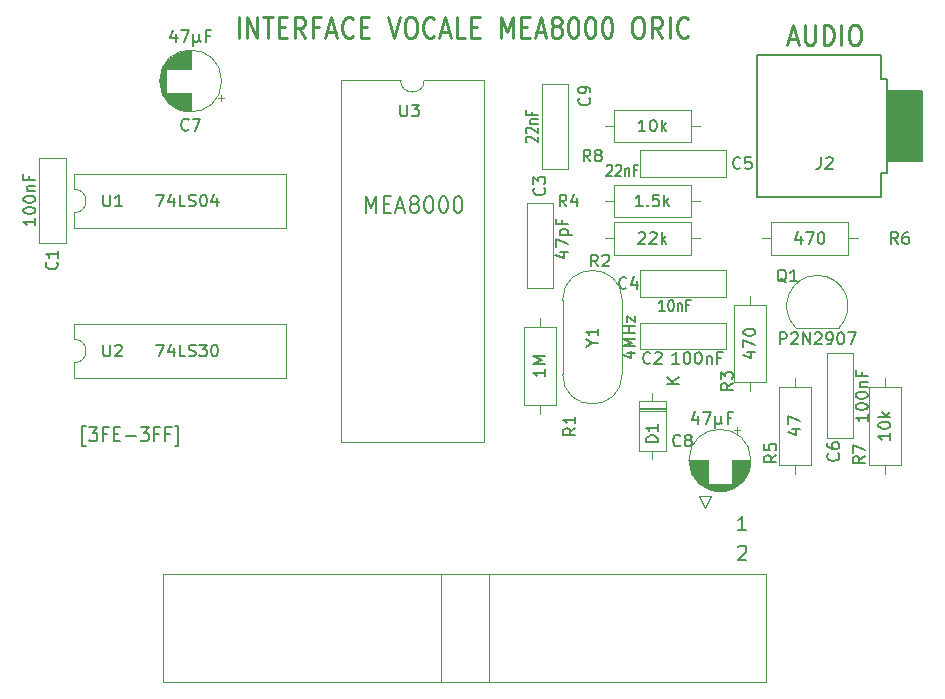
<source format=gto>
%TF.GenerationSoftware,KiCad,Pcbnew,(5.1.10)-1*%
%TF.CreationDate,2022-01-30T13:18:58+01:00*%
%TF.ProjectId,MEA8000,4d454138-3030-4302-9e6b-696361645f70,1.0*%
%TF.SameCoordinates,PX6d01460PY60e4b00*%
%TF.FileFunction,Legend,Top*%
%TF.FilePolarity,Positive*%
%FSLAX46Y46*%
G04 Gerber Fmt 4.6, Leading zero omitted, Abs format (unit mm)*
G04 Created by KiCad (PCBNEW (5.1.10)-1) date 2022-01-30 13:18:58*
%MOMM*%
%LPD*%
G01*
G04 APERTURE LIST*
%ADD10C,0.250000*%
%ADD11C,0.150000*%
%ADD12C,0.200000*%
%ADD13C,0.120000*%
G04 APERTURE END LIST*
D10*
X18934642Y46855953D02*
X18934642Y48555953D01*
X19648928Y46855953D02*
X19648928Y48555953D01*
X20506071Y46855953D01*
X20506071Y48555953D01*
X21006071Y48555953D02*
X21863214Y48555953D01*
X21434642Y46855953D02*
X21434642Y48555953D01*
X22363214Y47746429D02*
X22863214Y47746429D01*
X23077500Y46855953D02*
X22363214Y46855953D01*
X22363214Y48555953D01*
X23077500Y48555953D01*
X24577500Y46855953D02*
X24077500Y47665477D01*
X23720357Y46855953D02*
X23720357Y48555953D01*
X24291785Y48555953D01*
X24434642Y48475000D01*
X24506071Y48394048D01*
X24577500Y48232143D01*
X24577500Y47989286D01*
X24506071Y47827381D01*
X24434642Y47746429D01*
X24291785Y47665477D01*
X23720357Y47665477D01*
X25720357Y47746429D02*
X25220357Y47746429D01*
X25220357Y46855953D02*
X25220357Y48555953D01*
X25934642Y48555953D01*
X26434642Y47341667D02*
X27148928Y47341667D01*
X26291785Y46855953D02*
X26791785Y48555953D01*
X27291785Y46855953D01*
X28648928Y47017858D02*
X28577500Y46936905D01*
X28363214Y46855953D01*
X28220357Y46855953D01*
X28006071Y46936905D01*
X27863214Y47098810D01*
X27791785Y47260715D01*
X27720357Y47584524D01*
X27720357Y47827381D01*
X27791785Y48151191D01*
X27863214Y48313096D01*
X28006071Y48475000D01*
X28220357Y48555953D01*
X28363214Y48555953D01*
X28577500Y48475000D01*
X28648928Y48394048D01*
X29291785Y47746429D02*
X29791785Y47746429D01*
X30006071Y46855953D02*
X29291785Y46855953D01*
X29291785Y48555953D01*
X30006071Y48555953D01*
X31577500Y48555953D02*
X32077500Y46855953D01*
X32577500Y48555953D01*
X33363214Y48555953D02*
X33648928Y48555953D01*
X33791785Y48475000D01*
X33934642Y48313096D01*
X34006071Y47989286D01*
X34006071Y47422620D01*
X33934642Y47098810D01*
X33791785Y46936905D01*
X33648928Y46855953D01*
X33363214Y46855953D01*
X33220357Y46936905D01*
X33077500Y47098810D01*
X33006071Y47422620D01*
X33006071Y47989286D01*
X33077500Y48313096D01*
X33220357Y48475000D01*
X33363214Y48555953D01*
X35506071Y47017858D02*
X35434642Y46936905D01*
X35220357Y46855953D01*
X35077500Y46855953D01*
X34863214Y46936905D01*
X34720357Y47098810D01*
X34648928Y47260715D01*
X34577500Y47584524D01*
X34577500Y47827381D01*
X34648928Y48151191D01*
X34720357Y48313096D01*
X34863214Y48475000D01*
X35077500Y48555953D01*
X35220357Y48555953D01*
X35434642Y48475000D01*
X35506071Y48394048D01*
X36077500Y47341667D02*
X36791785Y47341667D01*
X35934642Y46855953D02*
X36434642Y48555953D01*
X36934642Y46855953D01*
X38148928Y46855953D02*
X37434642Y46855953D01*
X37434642Y48555953D01*
X38648928Y47746429D02*
X39148928Y47746429D01*
X39363214Y46855953D02*
X38648928Y46855953D01*
X38648928Y48555953D01*
X39363214Y48555953D01*
X41148928Y46855953D02*
X41148928Y48555953D01*
X41648928Y47341667D01*
X42148928Y48555953D01*
X42148928Y46855953D01*
X42863214Y47746429D02*
X43363214Y47746429D01*
X43577500Y46855953D02*
X42863214Y46855953D01*
X42863214Y48555953D01*
X43577500Y48555953D01*
X44148928Y47341667D02*
X44863214Y47341667D01*
X44006071Y46855953D02*
X44506071Y48555953D01*
X45006071Y46855953D01*
X45720357Y47827381D02*
X45577500Y47908334D01*
X45506071Y47989286D01*
X45434642Y48151191D01*
X45434642Y48232143D01*
X45506071Y48394048D01*
X45577500Y48475000D01*
X45720357Y48555953D01*
X46006071Y48555953D01*
X46148928Y48475000D01*
X46220357Y48394048D01*
X46291785Y48232143D01*
X46291785Y48151191D01*
X46220357Y47989286D01*
X46148928Y47908334D01*
X46006071Y47827381D01*
X45720357Y47827381D01*
X45577500Y47746429D01*
X45506071Y47665477D01*
X45434642Y47503572D01*
X45434642Y47179762D01*
X45506071Y47017858D01*
X45577500Y46936905D01*
X45720357Y46855953D01*
X46006071Y46855953D01*
X46148928Y46936905D01*
X46220357Y47017858D01*
X46291785Y47179762D01*
X46291785Y47503572D01*
X46220357Y47665477D01*
X46148928Y47746429D01*
X46006071Y47827381D01*
X47220357Y48555953D02*
X47363214Y48555953D01*
X47506071Y48475000D01*
X47577500Y48394048D01*
X47648928Y48232143D01*
X47720357Y47908334D01*
X47720357Y47503572D01*
X47648928Y47179762D01*
X47577500Y47017858D01*
X47506071Y46936905D01*
X47363214Y46855953D01*
X47220357Y46855953D01*
X47077500Y46936905D01*
X47006071Y47017858D01*
X46934642Y47179762D01*
X46863214Y47503572D01*
X46863214Y47908334D01*
X46934642Y48232143D01*
X47006071Y48394048D01*
X47077500Y48475000D01*
X47220357Y48555953D01*
X48648928Y48555953D02*
X48791785Y48555953D01*
X48934642Y48475000D01*
X49006071Y48394048D01*
X49077500Y48232143D01*
X49148928Y47908334D01*
X49148928Y47503572D01*
X49077500Y47179762D01*
X49006071Y47017858D01*
X48934642Y46936905D01*
X48791785Y46855953D01*
X48648928Y46855953D01*
X48506071Y46936905D01*
X48434642Y47017858D01*
X48363214Y47179762D01*
X48291785Y47503572D01*
X48291785Y47908334D01*
X48363214Y48232143D01*
X48434642Y48394048D01*
X48506071Y48475000D01*
X48648928Y48555953D01*
X50077500Y48555953D02*
X50220357Y48555953D01*
X50363214Y48475000D01*
X50434642Y48394048D01*
X50506071Y48232143D01*
X50577500Y47908334D01*
X50577500Y47503572D01*
X50506071Y47179762D01*
X50434642Y47017858D01*
X50363214Y46936905D01*
X50220357Y46855953D01*
X50077500Y46855953D01*
X49934642Y46936905D01*
X49863214Y47017858D01*
X49791785Y47179762D01*
X49720357Y47503572D01*
X49720357Y47908334D01*
X49791785Y48232143D01*
X49863214Y48394048D01*
X49934642Y48475000D01*
X50077500Y48555953D01*
X52648928Y48555953D02*
X52934642Y48555953D01*
X53077500Y48475000D01*
X53220357Y48313096D01*
X53291785Y47989286D01*
X53291785Y47422620D01*
X53220357Y47098810D01*
X53077500Y46936905D01*
X52934642Y46855953D01*
X52648928Y46855953D01*
X52506071Y46936905D01*
X52363214Y47098810D01*
X52291785Y47422620D01*
X52291785Y47989286D01*
X52363214Y48313096D01*
X52506071Y48475000D01*
X52648928Y48555953D01*
X54791785Y46855953D02*
X54291785Y47665477D01*
X53934642Y46855953D02*
X53934642Y48555953D01*
X54506071Y48555953D01*
X54648928Y48475000D01*
X54720357Y48394048D01*
X54791785Y48232143D01*
X54791785Y47989286D01*
X54720357Y47827381D01*
X54648928Y47746429D01*
X54506071Y47665477D01*
X53934642Y47665477D01*
X55434642Y46855953D02*
X55434642Y48555953D01*
X57006071Y47017858D02*
X56934642Y46936905D01*
X56720357Y46855953D01*
X56577500Y46855953D01*
X56363214Y46936905D01*
X56220357Y47098810D01*
X56148928Y47260715D01*
X56077500Y47584524D01*
X56077500Y47827381D01*
X56148928Y48151191D01*
X56220357Y48313096D01*
X56363214Y48475000D01*
X56577500Y48555953D01*
X56720357Y48555953D01*
X56934642Y48475000D01*
X57006071Y48394048D01*
D11*
X61252142Y3717858D02*
X61309285Y3775000D01*
X61423571Y3832143D01*
X61709285Y3832143D01*
X61823571Y3775000D01*
X61880714Y3717858D01*
X61937857Y3603572D01*
X61937857Y3489286D01*
X61880714Y3317858D01*
X61195000Y2632143D01*
X61937857Y2632143D01*
X61937857Y5172143D02*
X61252142Y5172143D01*
X61595000Y5172143D02*
X61595000Y6372143D01*
X61480714Y6200715D01*
X61366428Y6086429D01*
X61252142Y6029286D01*
D12*
X5981380Y12265143D02*
X5719476Y12265143D01*
X5719476Y13979429D01*
X5981380Y13979429D01*
X6295666Y13865143D02*
X6976619Y13865143D01*
X6609952Y13408000D01*
X6767095Y13408000D01*
X6871857Y13350858D01*
X6924238Y13293715D01*
X6976619Y13179429D01*
X6976619Y12893715D01*
X6924238Y12779429D01*
X6871857Y12722286D01*
X6767095Y12665143D01*
X6452809Y12665143D01*
X6348047Y12722286D01*
X6295666Y12779429D01*
X7814714Y13293715D02*
X7448047Y13293715D01*
X7448047Y12665143D02*
X7448047Y13865143D01*
X7971857Y13865143D01*
X8390904Y13293715D02*
X8757571Y13293715D01*
X8914714Y12665143D02*
X8390904Y12665143D01*
X8390904Y13865143D01*
X8914714Y13865143D01*
X9386142Y13122286D02*
X10224238Y13122286D01*
X10643285Y13865143D02*
X11324238Y13865143D01*
X10957571Y13408000D01*
X11114714Y13408000D01*
X11219476Y13350858D01*
X11271857Y13293715D01*
X11324238Y13179429D01*
X11324238Y12893715D01*
X11271857Y12779429D01*
X11219476Y12722286D01*
X11114714Y12665143D01*
X10800428Y12665143D01*
X10695666Y12722286D01*
X10643285Y12779429D01*
X12162333Y13293715D02*
X11795666Y13293715D01*
X11795666Y12665143D02*
X11795666Y13865143D01*
X12319476Y13865143D01*
X13105190Y13293715D02*
X12738523Y13293715D01*
X12738523Y12665143D02*
X12738523Y13865143D01*
X13262333Y13865143D01*
X13576619Y12265143D02*
X13838523Y12265143D01*
X13838523Y13979429D01*
X13576619Y13979429D01*
D13*
%TO.C,U3*%
X32655000Y43240000D02*
X27595000Y43240000D01*
X27595000Y43240000D02*
X27595000Y12640000D01*
X27595000Y12640000D02*
X39715000Y12640000D01*
X39715000Y12640000D02*
X39715000Y43240000D01*
X39715000Y43240000D02*
X34655000Y43240000D01*
X34655000Y43240000D02*
G75*
G02*
X32655000Y43240000I-1000000J0D01*
G01*
%TO.C,Y1*%
X46370000Y18365000D02*
X46370000Y24615000D01*
X51420000Y18365000D02*
X51420000Y24615000D01*
X51420000Y24615000D02*
G75*
G03*
X46370000Y24615000I-2525000J0D01*
G01*
X51420000Y18365000D02*
G75*
G02*
X46370000Y18365000I-2525000J0D01*
G01*
%TO.C,U1*%
X5020000Y32020000D02*
X5020000Y30770000D01*
X5020000Y30770000D02*
X22920000Y30770000D01*
X22920000Y30770000D02*
X22920000Y35270000D01*
X22920000Y35270000D02*
X5020000Y35270000D01*
X5020000Y35270000D02*
X5020000Y34020000D01*
X5020000Y34020000D02*
G75*
G02*
X5020000Y32020000I0J-1000000D01*
G01*
%TO.C,R1*%
X43080000Y15780000D02*
X45820000Y15780000D01*
X45820000Y15780000D02*
X45820000Y22320000D01*
X45820000Y22320000D02*
X43080000Y22320000D01*
X43080000Y22320000D02*
X43080000Y15780000D01*
X44450000Y15010000D02*
X44450000Y15780000D01*
X44450000Y23090000D02*
X44450000Y22320000D01*
%TO.C,J1*%
X40150000Y1445000D02*
X40150000Y-7675000D01*
X36050000Y1445000D02*
X36050000Y-7675000D01*
X63630000Y1445000D02*
X63630000Y-7675000D01*
X63630000Y-7675000D02*
X12570000Y-7675000D01*
X12570000Y-7675000D02*
X12570000Y1445000D01*
X12570000Y1445000D02*
X63630000Y1445000D01*
X58420000Y7065000D02*
X58920000Y8065000D01*
X58920000Y8065000D02*
X57920000Y8065000D01*
X57920000Y8065000D02*
X58420000Y7065000D01*
%TO.C,D1*%
X55095000Y16090000D02*
X52855000Y16090000D01*
X52855000Y16090000D02*
X52855000Y11850000D01*
X52855000Y11850000D02*
X55095000Y11850000D01*
X55095000Y11850000D02*
X55095000Y16090000D01*
X53975000Y16740000D02*
X53975000Y16090000D01*
X53975000Y11200000D02*
X53975000Y11850000D01*
X55095000Y15370000D02*
X52855000Y15370000D01*
X55095000Y15250000D02*
X52855000Y15250000D01*
X55095000Y15490000D02*
X52855000Y15490000D01*
%TO.C,C3*%
X45570000Y32870000D02*
X45570000Y25630000D01*
X43330000Y32870000D02*
X43330000Y25630000D01*
X45570000Y32870000D02*
X43330000Y32870000D01*
X45570000Y25630000D02*
X43330000Y25630000D01*
D11*
%TO.C,J2*%
X73310000Y33370000D02*
X62810000Y33370000D01*
X62810000Y33370000D02*
X62810000Y45370000D01*
X62810000Y45370000D02*
X73310000Y45370000D01*
X73310000Y43370000D02*
X73810000Y43370000D01*
G36*
X73810000Y36370000D02*
G01*
X73810000Y42370000D01*
X76810000Y42370000D01*
X76810000Y36370000D01*
X73810000Y36370000D01*
G37*
X73810000Y36370000D02*
X73810000Y42370000D01*
X76810000Y42370000D01*
X76810000Y36370000D01*
X73810000Y36370000D01*
X73310000Y45370000D02*
X73310000Y43370000D01*
X73810000Y43370000D02*
X73810000Y35370000D01*
X73310000Y33370000D02*
X73310000Y35370000D01*
X73310000Y35370000D02*
X73810000Y35370000D01*
D13*
%TO.C,C2*%
X60175000Y20470000D02*
X52935000Y20470000D01*
X60175000Y22710000D02*
X52935000Y22710000D01*
X60175000Y20470000D02*
X60175000Y22710000D01*
X52935000Y20470000D02*
X52935000Y22710000D01*
%TO.C,C1*%
X2055000Y29440000D02*
X2055000Y36680000D01*
X4295000Y29440000D02*
X4295000Y36680000D01*
X2055000Y29440000D02*
X4295000Y29440000D01*
X2055000Y36680000D02*
X4295000Y36680000D01*
%TO.C,Q1*%
X66145000Y22280000D02*
X69745000Y22280000D01*
X69783478Y22291522D02*
G75*
G03*
X67945000Y26730000I-1838478J1838478D01*
G01*
X66106522Y22291522D02*
G75*
G02*
X67945000Y26730000I1838478J1838478D01*
G01*
%TO.C,U2*%
X5020000Y19320000D02*
X5020000Y18070000D01*
X5020000Y18070000D02*
X22920000Y18070000D01*
X22920000Y18070000D02*
X22920000Y22570000D01*
X22920000Y22570000D02*
X5020000Y22570000D01*
X5020000Y22570000D02*
X5020000Y21320000D01*
X5020000Y21320000D02*
G75*
G02*
X5020000Y19320000I0J-1000000D01*
G01*
%TO.C,R6*%
X64040000Y31215000D02*
X64040000Y28475000D01*
X64040000Y28475000D02*
X70580000Y28475000D01*
X70580000Y28475000D02*
X70580000Y31215000D01*
X70580000Y31215000D02*
X64040000Y31215000D01*
X63270000Y29845000D02*
X64040000Y29845000D01*
X71350000Y29845000D02*
X70580000Y29845000D01*
%TO.C,R8*%
X57245000Y38000000D02*
X57245000Y40740000D01*
X57245000Y40740000D02*
X50705000Y40740000D01*
X50705000Y40740000D02*
X50705000Y38000000D01*
X50705000Y38000000D02*
X57245000Y38000000D01*
X58015000Y39370000D02*
X57245000Y39370000D01*
X49935000Y39370000D02*
X50705000Y39370000D01*
%TO.C,R7*%
X75030000Y17240000D02*
X72290000Y17240000D01*
X72290000Y17240000D02*
X72290000Y10700000D01*
X72290000Y10700000D02*
X75030000Y10700000D01*
X75030000Y10700000D02*
X75030000Y17240000D01*
X73660000Y18010000D02*
X73660000Y17240000D01*
X73660000Y9930000D02*
X73660000Y10700000D01*
%TO.C,R4*%
X50705000Y34390000D02*
X50705000Y31650000D01*
X50705000Y31650000D02*
X57245000Y31650000D01*
X57245000Y31650000D02*
X57245000Y34390000D01*
X57245000Y34390000D02*
X50705000Y34390000D01*
X49935000Y33020000D02*
X50705000Y33020000D01*
X58015000Y33020000D02*
X57245000Y33020000D01*
%TO.C,R3*%
X60860000Y17685000D02*
X63600000Y17685000D01*
X63600000Y17685000D02*
X63600000Y24225000D01*
X63600000Y24225000D02*
X60860000Y24225000D01*
X60860000Y24225000D02*
X60860000Y17685000D01*
X62230000Y16915000D02*
X62230000Y17685000D01*
X62230000Y24995000D02*
X62230000Y24225000D01*
%TO.C,R2*%
X57245000Y28475000D02*
X57245000Y31215000D01*
X57245000Y31215000D02*
X50705000Y31215000D01*
X50705000Y31215000D02*
X50705000Y28475000D01*
X50705000Y28475000D02*
X57245000Y28475000D01*
X58015000Y29845000D02*
X57245000Y29845000D01*
X49935000Y29845000D02*
X50705000Y29845000D01*
%TO.C,R5*%
X64670000Y10700000D02*
X67410000Y10700000D01*
X67410000Y10700000D02*
X67410000Y17240000D01*
X67410000Y17240000D02*
X64670000Y17240000D01*
X64670000Y17240000D02*
X64670000Y10700000D01*
X66040000Y9930000D02*
X66040000Y10700000D01*
X66040000Y18010000D02*
X66040000Y17240000D01*
%TO.C,C8*%
X62310000Y11065000D02*
G75*
G03*
X62310000Y11065000I-2620000J0D01*
G01*
X58650000Y11065000D02*
X57110000Y11065000D01*
X62270000Y11065000D02*
X60730000Y11065000D01*
X58650000Y11025000D02*
X57110000Y11025000D01*
X62270000Y11025000D02*
X60730000Y11025000D01*
X62269000Y10985000D02*
X60730000Y10985000D01*
X58650000Y10985000D02*
X57111000Y10985000D01*
X62268000Y10945000D02*
X60730000Y10945000D01*
X58650000Y10945000D02*
X57112000Y10945000D01*
X62266000Y10905000D02*
X60730000Y10905000D01*
X58650000Y10905000D02*
X57114000Y10905000D01*
X62263000Y10865000D02*
X60730000Y10865000D01*
X58650000Y10865000D02*
X57117000Y10865000D01*
X62259000Y10825000D02*
X60730000Y10825000D01*
X58650000Y10825000D02*
X57121000Y10825000D01*
X62255000Y10785000D02*
X60730000Y10785000D01*
X58650000Y10785000D02*
X57125000Y10785000D01*
X62251000Y10745000D02*
X60730000Y10745000D01*
X58650000Y10745000D02*
X57129000Y10745000D01*
X62246000Y10705000D02*
X60730000Y10705000D01*
X58650000Y10705000D02*
X57134000Y10705000D01*
X62240000Y10665000D02*
X60730000Y10665000D01*
X58650000Y10665000D02*
X57140000Y10665000D01*
X62233000Y10625000D02*
X60730000Y10625000D01*
X58650000Y10625000D02*
X57147000Y10625000D01*
X62226000Y10585000D02*
X60730000Y10585000D01*
X58650000Y10585000D02*
X57154000Y10585000D01*
X62218000Y10545000D02*
X60730000Y10545000D01*
X58650000Y10545000D02*
X57162000Y10545000D01*
X62210000Y10505000D02*
X60730000Y10505000D01*
X58650000Y10505000D02*
X57170000Y10505000D01*
X62201000Y10465000D02*
X60730000Y10465000D01*
X58650000Y10465000D02*
X57179000Y10465000D01*
X62191000Y10425000D02*
X60730000Y10425000D01*
X58650000Y10425000D02*
X57189000Y10425000D01*
X62181000Y10385000D02*
X60730000Y10385000D01*
X58650000Y10385000D02*
X57199000Y10385000D01*
X62170000Y10344000D02*
X60730000Y10344000D01*
X58650000Y10344000D02*
X57210000Y10344000D01*
X62158000Y10304000D02*
X60730000Y10304000D01*
X58650000Y10304000D02*
X57222000Y10304000D01*
X62145000Y10264000D02*
X60730000Y10264000D01*
X58650000Y10264000D02*
X57235000Y10264000D01*
X62132000Y10224000D02*
X60730000Y10224000D01*
X58650000Y10224000D02*
X57248000Y10224000D01*
X62118000Y10184000D02*
X60730000Y10184000D01*
X58650000Y10184000D02*
X57262000Y10184000D01*
X62104000Y10144000D02*
X60730000Y10144000D01*
X58650000Y10144000D02*
X57276000Y10144000D01*
X62088000Y10104000D02*
X60730000Y10104000D01*
X58650000Y10104000D02*
X57292000Y10104000D01*
X62072000Y10064000D02*
X60730000Y10064000D01*
X58650000Y10064000D02*
X57308000Y10064000D01*
X62055000Y10024000D02*
X60730000Y10024000D01*
X58650000Y10024000D02*
X57325000Y10024000D01*
X62038000Y9984000D02*
X60730000Y9984000D01*
X58650000Y9984000D02*
X57342000Y9984000D01*
X62019000Y9944000D02*
X60730000Y9944000D01*
X58650000Y9944000D02*
X57361000Y9944000D01*
X62000000Y9904000D02*
X60730000Y9904000D01*
X58650000Y9904000D02*
X57380000Y9904000D01*
X61980000Y9864000D02*
X60730000Y9864000D01*
X58650000Y9864000D02*
X57400000Y9864000D01*
X61958000Y9824000D02*
X60730000Y9824000D01*
X58650000Y9824000D02*
X57422000Y9824000D01*
X61937000Y9784000D02*
X60730000Y9784000D01*
X58650000Y9784000D02*
X57443000Y9784000D01*
X61914000Y9744000D02*
X60730000Y9744000D01*
X58650000Y9744000D02*
X57466000Y9744000D01*
X61890000Y9704000D02*
X60730000Y9704000D01*
X58650000Y9704000D02*
X57490000Y9704000D01*
X61865000Y9664000D02*
X60730000Y9664000D01*
X58650000Y9664000D02*
X57515000Y9664000D01*
X61839000Y9624000D02*
X60730000Y9624000D01*
X58650000Y9624000D02*
X57541000Y9624000D01*
X61812000Y9584000D02*
X60730000Y9584000D01*
X58650000Y9584000D02*
X57568000Y9584000D01*
X61785000Y9544000D02*
X60730000Y9544000D01*
X58650000Y9544000D02*
X57595000Y9544000D01*
X61755000Y9504000D02*
X60730000Y9504000D01*
X58650000Y9504000D02*
X57625000Y9504000D01*
X61725000Y9464000D02*
X60730000Y9464000D01*
X58650000Y9464000D02*
X57655000Y9464000D01*
X61694000Y9424000D02*
X60730000Y9424000D01*
X58650000Y9424000D02*
X57686000Y9424000D01*
X61661000Y9384000D02*
X60730000Y9384000D01*
X58650000Y9384000D02*
X57719000Y9384000D01*
X61627000Y9344000D02*
X60730000Y9344000D01*
X58650000Y9344000D02*
X57753000Y9344000D01*
X61591000Y9304000D02*
X60730000Y9304000D01*
X58650000Y9304000D02*
X57789000Y9304000D01*
X61554000Y9264000D02*
X60730000Y9264000D01*
X58650000Y9264000D02*
X57826000Y9264000D01*
X61516000Y9224000D02*
X60730000Y9224000D01*
X58650000Y9224000D02*
X57864000Y9224000D01*
X61475000Y9184000D02*
X60730000Y9184000D01*
X58650000Y9184000D02*
X57905000Y9184000D01*
X61433000Y9144000D02*
X60730000Y9144000D01*
X58650000Y9144000D02*
X57947000Y9144000D01*
X61389000Y9104000D02*
X60730000Y9104000D01*
X58650000Y9104000D02*
X57991000Y9104000D01*
X61343000Y9064000D02*
X60730000Y9064000D01*
X58650000Y9064000D02*
X58037000Y9064000D01*
X61295000Y9024000D02*
X58085000Y9024000D01*
X61244000Y8984000D02*
X58136000Y8984000D01*
X61190000Y8944000D02*
X58190000Y8944000D01*
X61133000Y8904000D02*
X58247000Y8904000D01*
X61073000Y8864000D02*
X58307000Y8864000D01*
X61009000Y8824000D02*
X58371000Y8824000D01*
X60941000Y8784000D02*
X58439000Y8784000D01*
X60868000Y8744000D02*
X58512000Y8744000D01*
X60788000Y8704000D02*
X58592000Y8704000D01*
X60701000Y8664000D02*
X58679000Y8664000D01*
X60605000Y8624000D02*
X58775000Y8624000D01*
X60495000Y8584000D02*
X58885000Y8584000D01*
X60367000Y8544000D02*
X59013000Y8544000D01*
X60208000Y8504000D02*
X59172000Y8504000D01*
X59974000Y8464000D02*
X59406000Y8464000D01*
X61165000Y13869775D02*
X61165000Y13369775D01*
X61415000Y13619775D02*
X60915000Y13619775D01*
%TO.C,C6*%
X70970000Y20170000D02*
X70970000Y12930000D01*
X68730000Y20170000D02*
X68730000Y12930000D01*
X70970000Y20170000D02*
X68730000Y20170000D01*
X70970000Y12930000D02*
X68730000Y12930000D01*
%TO.C,C9*%
X46840000Y42950000D02*
X46840000Y35710000D01*
X44600000Y42950000D02*
X44600000Y35710000D01*
X46840000Y42950000D02*
X44600000Y42950000D01*
X46840000Y35710000D02*
X44600000Y35710000D01*
%TO.C,C5*%
X60175000Y35075000D02*
X52935000Y35075000D01*
X60175000Y37315000D02*
X52935000Y37315000D01*
X60175000Y35075000D02*
X60175000Y37315000D01*
X52935000Y35075000D02*
X52935000Y37315000D01*
%TO.C,C4*%
X60175000Y24915000D02*
X52935000Y24915000D01*
X60175000Y27155000D02*
X52935000Y27155000D01*
X60175000Y24915000D02*
X60175000Y27155000D01*
X52935000Y24915000D02*
X52935000Y27155000D01*
%TO.C,C7*%
X17429775Y41455000D02*
X17429775Y41955000D01*
X17679775Y41705000D02*
X17179775Y41705000D01*
X12274000Y42896000D02*
X12274000Y43464000D01*
X12314000Y42662000D02*
X12314000Y43698000D01*
X12354000Y42503000D02*
X12354000Y43857000D01*
X12394000Y42375000D02*
X12394000Y43985000D01*
X12434000Y42265000D02*
X12434000Y44095000D01*
X12474000Y42169000D02*
X12474000Y44191000D01*
X12514000Y42082000D02*
X12514000Y44278000D01*
X12554000Y42002000D02*
X12554000Y44358000D01*
X12594000Y41929000D02*
X12594000Y44431000D01*
X12634000Y41861000D02*
X12634000Y44499000D01*
X12674000Y41797000D02*
X12674000Y44563000D01*
X12714000Y41737000D02*
X12714000Y44623000D01*
X12754000Y41680000D02*
X12754000Y44680000D01*
X12794000Y41626000D02*
X12794000Y44734000D01*
X12834000Y41575000D02*
X12834000Y44785000D01*
X12874000Y44220000D02*
X12874000Y44833000D01*
X12874000Y41527000D02*
X12874000Y42140000D01*
X12914000Y44220000D02*
X12914000Y44879000D01*
X12914000Y41481000D02*
X12914000Y42140000D01*
X12954000Y44220000D02*
X12954000Y44923000D01*
X12954000Y41437000D02*
X12954000Y42140000D01*
X12994000Y44220000D02*
X12994000Y44965000D01*
X12994000Y41395000D02*
X12994000Y42140000D01*
X13034000Y44220000D02*
X13034000Y45006000D01*
X13034000Y41354000D02*
X13034000Y42140000D01*
X13074000Y44220000D02*
X13074000Y45044000D01*
X13074000Y41316000D02*
X13074000Y42140000D01*
X13114000Y44220000D02*
X13114000Y45081000D01*
X13114000Y41279000D02*
X13114000Y42140000D01*
X13154000Y44220000D02*
X13154000Y45117000D01*
X13154000Y41243000D02*
X13154000Y42140000D01*
X13194000Y44220000D02*
X13194000Y45151000D01*
X13194000Y41209000D02*
X13194000Y42140000D01*
X13234000Y44220000D02*
X13234000Y45184000D01*
X13234000Y41176000D02*
X13234000Y42140000D01*
X13274000Y44220000D02*
X13274000Y45215000D01*
X13274000Y41145000D02*
X13274000Y42140000D01*
X13314000Y44220000D02*
X13314000Y45245000D01*
X13314000Y41115000D02*
X13314000Y42140000D01*
X13354000Y44220000D02*
X13354000Y45275000D01*
X13354000Y41085000D02*
X13354000Y42140000D01*
X13394000Y44220000D02*
X13394000Y45302000D01*
X13394000Y41058000D02*
X13394000Y42140000D01*
X13434000Y44220000D02*
X13434000Y45329000D01*
X13434000Y41031000D02*
X13434000Y42140000D01*
X13474000Y44220000D02*
X13474000Y45355000D01*
X13474000Y41005000D02*
X13474000Y42140000D01*
X13514000Y44220000D02*
X13514000Y45380000D01*
X13514000Y40980000D02*
X13514000Y42140000D01*
X13554000Y44220000D02*
X13554000Y45404000D01*
X13554000Y40956000D02*
X13554000Y42140000D01*
X13594000Y44220000D02*
X13594000Y45427000D01*
X13594000Y40933000D02*
X13594000Y42140000D01*
X13634000Y44220000D02*
X13634000Y45448000D01*
X13634000Y40912000D02*
X13634000Y42140000D01*
X13674000Y44220000D02*
X13674000Y45470000D01*
X13674000Y40890000D02*
X13674000Y42140000D01*
X13714000Y44220000D02*
X13714000Y45490000D01*
X13714000Y40870000D02*
X13714000Y42140000D01*
X13754000Y44220000D02*
X13754000Y45509000D01*
X13754000Y40851000D02*
X13754000Y42140000D01*
X13794000Y44220000D02*
X13794000Y45528000D01*
X13794000Y40832000D02*
X13794000Y42140000D01*
X13834000Y44220000D02*
X13834000Y45545000D01*
X13834000Y40815000D02*
X13834000Y42140000D01*
X13874000Y44220000D02*
X13874000Y45562000D01*
X13874000Y40798000D02*
X13874000Y42140000D01*
X13914000Y44220000D02*
X13914000Y45578000D01*
X13914000Y40782000D02*
X13914000Y42140000D01*
X13954000Y44220000D02*
X13954000Y45594000D01*
X13954000Y40766000D02*
X13954000Y42140000D01*
X13994000Y44220000D02*
X13994000Y45608000D01*
X13994000Y40752000D02*
X13994000Y42140000D01*
X14034000Y44220000D02*
X14034000Y45622000D01*
X14034000Y40738000D02*
X14034000Y42140000D01*
X14074000Y44220000D02*
X14074000Y45635000D01*
X14074000Y40725000D02*
X14074000Y42140000D01*
X14114000Y44220000D02*
X14114000Y45648000D01*
X14114000Y40712000D02*
X14114000Y42140000D01*
X14154000Y44220000D02*
X14154000Y45660000D01*
X14154000Y40700000D02*
X14154000Y42140000D01*
X14195000Y44220000D02*
X14195000Y45671000D01*
X14195000Y40689000D02*
X14195000Y42140000D01*
X14235000Y44220000D02*
X14235000Y45681000D01*
X14235000Y40679000D02*
X14235000Y42140000D01*
X14275000Y44220000D02*
X14275000Y45691000D01*
X14275000Y40669000D02*
X14275000Y42140000D01*
X14315000Y44220000D02*
X14315000Y45700000D01*
X14315000Y40660000D02*
X14315000Y42140000D01*
X14355000Y44220000D02*
X14355000Y45708000D01*
X14355000Y40652000D02*
X14355000Y42140000D01*
X14395000Y44220000D02*
X14395000Y45716000D01*
X14395000Y40644000D02*
X14395000Y42140000D01*
X14435000Y44220000D02*
X14435000Y45723000D01*
X14435000Y40637000D02*
X14435000Y42140000D01*
X14475000Y44220000D02*
X14475000Y45730000D01*
X14475000Y40630000D02*
X14475000Y42140000D01*
X14515000Y44220000D02*
X14515000Y45736000D01*
X14515000Y40624000D02*
X14515000Y42140000D01*
X14555000Y44220000D02*
X14555000Y45741000D01*
X14555000Y40619000D02*
X14555000Y42140000D01*
X14595000Y44220000D02*
X14595000Y45745000D01*
X14595000Y40615000D02*
X14595000Y42140000D01*
X14635000Y44220000D02*
X14635000Y45749000D01*
X14635000Y40611000D02*
X14635000Y42140000D01*
X14675000Y44220000D02*
X14675000Y45753000D01*
X14675000Y40607000D02*
X14675000Y42140000D01*
X14715000Y44220000D02*
X14715000Y45756000D01*
X14715000Y40604000D02*
X14715000Y42140000D01*
X14755000Y44220000D02*
X14755000Y45758000D01*
X14755000Y40602000D02*
X14755000Y42140000D01*
X14795000Y44220000D02*
X14795000Y45759000D01*
X14795000Y40601000D02*
X14795000Y42140000D01*
X14835000Y40600000D02*
X14835000Y42140000D01*
X14835000Y44220000D02*
X14835000Y45760000D01*
X14875000Y40600000D02*
X14875000Y42140000D01*
X14875000Y44220000D02*
X14875000Y45760000D01*
X17495000Y43180000D02*
G75*
G03*
X17495000Y43180000I-2620000J0D01*
G01*
%TO.C,U3*%
D11*
X32639095Y41187620D02*
X32639095Y40378096D01*
X32686714Y40282858D01*
X32734333Y40235239D01*
X32829571Y40187620D01*
X33020047Y40187620D01*
X33115285Y40235239D01*
X33162904Y40282858D01*
X33210523Y40378096D01*
X33210523Y41187620D01*
X33591476Y41187620D02*
X34210523Y41187620D01*
X33877190Y40806667D01*
X34020047Y40806667D01*
X34115285Y40759048D01*
X34162904Y40711429D01*
X34210523Y40616191D01*
X34210523Y40378096D01*
X34162904Y40282858D01*
X34115285Y40235239D01*
X34020047Y40187620D01*
X33734333Y40187620D01*
X33639095Y40235239D01*
X33591476Y40282858D01*
D12*
X29727238Y32005667D02*
X29727238Y33405667D01*
X30160571Y32405667D01*
X30593904Y33405667D01*
X30593904Y32005667D01*
X31212952Y32739000D02*
X31646285Y32739000D01*
X31832000Y32005667D02*
X31212952Y32005667D01*
X31212952Y33405667D01*
X31832000Y33405667D01*
X32327238Y32405667D02*
X32946285Y32405667D01*
X32203428Y32005667D02*
X32636761Y33405667D01*
X33070095Y32005667D01*
X33689142Y32805667D02*
X33565333Y32872334D01*
X33503428Y32939000D01*
X33441523Y33072334D01*
X33441523Y33139000D01*
X33503428Y33272334D01*
X33565333Y33339000D01*
X33689142Y33405667D01*
X33936761Y33405667D01*
X34060571Y33339000D01*
X34122476Y33272334D01*
X34184380Y33139000D01*
X34184380Y33072334D01*
X34122476Y32939000D01*
X34060571Y32872334D01*
X33936761Y32805667D01*
X33689142Y32805667D01*
X33565333Y32739000D01*
X33503428Y32672334D01*
X33441523Y32539000D01*
X33441523Y32272334D01*
X33503428Y32139000D01*
X33565333Y32072334D01*
X33689142Y32005667D01*
X33936761Y32005667D01*
X34060571Y32072334D01*
X34122476Y32139000D01*
X34184380Y32272334D01*
X34184380Y32539000D01*
X34122476Y32672334D01*
X34060571Y32739000D01*
X33936761Y32805667D01*
X34989142Y33405667D02*
X35112952Y33405667D01*
X35236761Y33339000D01*
X35298666Y33272334D01*
X35360571Y33139000D01*
X35422476Y32872334D01*
X35422476Y32539000D01*
X35360571Y32272334D01*
X35298666Y32139000D01*
X35236761Y32072334D01*
X35112952Y32005667D01*
X34989142Y32005667D01*
X34865333Y32072334D01*
X34803428Y32139000D01*
X34741523Y32272334D01*
X34679619Y32539000D01*
X34679619Y32872334D01*
X34741523Y33139000D01*
X34803428Y33272334D01*
X34865333Y33339000D01*
X34989142Y33405667D01*
X36227238Y33405667D02*
X36351047Y33405667D01*
X36474857Y33339000D01*
X36536761Y33272334D01*
X36598666Y33139000D01*
X36660571Y32872334D01*
X36660571Y32539000D01*
X36598666Y32272334D01*
X36536761Y32139000D01*
X36474857Y32072334D01*
X36351047Y32005667D01*
X36227238Y32005667D01*
X36103428Y32072334D01*
X36041523Y32139000D01*
X35979619Y32272334D01*
X35917714Y32539000D01*
X35917714Y32872334D01*
X35979619Y33139000D01*
X36041523Y33272334D01*
X36103428Y33339000D01*
X36227238Y33405667D01*
X37465333Y33405667D02*
X37589142Y33405667D01*
X37712952Y33339000D01*
X37774857Y33272334D01*
X37836761Y33139000D01*
X37898666Y32872334D01*
X37898666Y32539000D01*
X37836761Y32272334D01*
X37774857Y32139000D01*
X37712952Y32072334D01*
X37589142Y32005667D01*
X37465333Y32005667D01*
X37341523Y32072334D01*
X37279619Y32139000D01*
X37217714Y32272334D01*
X37155809Y32539000D01*
X37155809Y32872334D01*
X37217714Y33139000D01*
X37279619Y33272334D01*
X37341523Y33339000D01*
X37465333Y33405667D01*
%TO.C,Y1*%
D11*
X48871190Y21013810D02*
X49347380Y21013810D01*
X48347380Y20680477D02*
X48871190Y21013810D01*
X48347380Y21347143D01*
X49347380Y22204286D02*
X49347380Y21632858D01*
X49347380Y21918572D02*
X48347380Y21918572D01*
X48490238Y21823334D01*
X48585476Y21728096D01*
X48633095Y21632858D01*
X51855714Y20180477D02*
X52522380Y20180477D01*
X51474761Y19942381D02*
X52189047Y19704286D01*
X52189047Y20323334D01*
X52522380Y20704286D02*
X51522380Y20704286D01*
X52236666Y21037620D01*
X51522380Y21370953D01*
X52522380Y21370953D01*
X52522380Y21847143D02*
X51522380Y21847143D01*
X51998571Y21847143D02*
X51998571Y22418572D01*
X52522380Y22418572D02*
X51522380Y22418572D01*
X51855714Y22799524D02*
X51855714Y23323334D01*
X52522380Y22799524D01*
X52522380Y23323334D01*
%TO.C,U1*%
X7493095Y33567620D02*
X7493095Y32758096D01*
X7540714Y32662858D01*
X7588333Y32615239D01*
X7683571Y32567620D01*
X7874047Y32567620D01*
X7969285Y32615239D01*
X8016904Y32662858D01*
X8064523Y32758096D01*
X8064523Y33567620D01*
X9064523Y32567620D02*
X8493095Y32567620D01*
X8778809Y32567620D02*
X8778809Y33567620D01*
X8683571Y33424762D01*
X8588333Y33329524D01*
X8493095Y33281905D01*
X11962142Y33567620D02*
X12628809Y33567620D01*
X12200238Y32567620D01*
X13438333Y33234286D02*
X13438333Y32567620D01*
X13200238Y33615239D02*
X12962142Y32900953D01*
X13581190Y32900953D01*
X14438333Y32567620D02*
X13962142Y32567620D01*
X13962142Y33567620D01*
X14724047Y32615239D02*
X14866904Y32567620D01*
X15105000Y32567620D01*
X15200238Y32615239D01*
X15247857Y32662858D01*
X15295476Y32758096D01*
X15295476Y32853334D01*
X15247857Y32948572D01*
X15200238Y32996191D01*
X15105000Y33043810D01*
X14914523Y33091429D01*
X14819285Y33139048D01*
X14771666Y33186667D01*
X14724047Y33281905D01*
X14724047Y33377143D01*
X14771666Y33472381D01*
X14819285Y33520000D01*
X14914523Y33567620D01*
X15152619Y33567620D01*
X15295476Y33520000D01*
X15914523Y33567620D02*
X16009761Y33567620D01*
X16105000Y33520000D01*
X16152619Y33472381D01*
X16200238Y33377143D01*
X16247857Y33186667D01*
X16247857Y32948572D01*
X16200238Y32758096D01*
X16152619Y32662858D01*
X16105000Y32615239D01*
X16009761Y32567620D01*
X15914523Y32567620D01*
X15819285Y32615239D01*
X15771666Y32662858D01*
X15724047Y32758096D01*
X15676428Y32948572D01*
X15676428Y33186667D01*
X15724047Y33377143D01*
X15771666Y33472381D01*
X15819285Y33520000D01*
X15914523Y33567620D01*
X17105000Y33234286D02*
X17105000Y32567620D01*
X16866904Y33615239D02*
X16628809Y32900953D01*
X17247857Y32900953D01*
%TO.C,R1*%
X47442380Y13803334D02*
X46966190Y13470000D01*
X47442380Y13231905D02*
X46442380Y13231905D01*
X46442380Y13612858D01*
X46490000Y13708096D01*
X46537619Y13755715D01*
X46632857Y13803334D01*
X46775714Y13803334D01*
X46870952Y13755715D01*
X46918571Y13708096D01*
X46966190Y13612858D01*
X46966190Y13231905D01*
X47442380Y14755715D02*
X47442380Y14184286D01*
X47442380Y14470000D02*
X46442380Y14470000D01*
X46585238Y14374762D01*
X46680476Y14279524D01*
X46728095Y14184286D01*
X44902380Y18764286D02*
X44902380Y18192858D01*
X44902380Y18478572D02*
X43902380Y18478572D01*
X44045238Y18383334D01*
X44140476Y18288096D01*
X44188095Y18192858D01*
X44902380Y19192858D02*
X43902380Y19192858D01*
X44616666Y19526191D01*
X43902380Y19859524D01*
X44902380Y19859524D01*
%TO.C,D1*%
X54427380Y12596905D02*
X53427380Y12596905D01*
X53427380Y12835000D01*
X53475000Y12977858D01*
X53570238Y13073096D01*
X53665476Y13120715D01*
X53855952Y13168334D01*
X53998809Y13168334D01*
X54189285Y13120715D01*
X54284523Y13073096D01*
X54379761Y12977858D01*
X54427380Y12835000D01*
X54427380Y12596905D01*
X54427380Y14120715D02*
X54427380Y13549286D01*
X54427380Y13835000D02*
X53427380Y13835000D01*
X53570238Y13739762D01*
X53665476Y13644524D01*
X53713095Y13549286D01*
X56227380Y17518096D02*
X55227380Y17518096D01*
X56227380Y18089524D02*
X55655952Y17660953D01*
X55227380Y18089524D02*
X55798809Y17518096D01*
%TO.C,C3*%
X44807142Y34123334D02*
X44854761Y34075715D01*
X44902380Y33932858D01*
X44902380Y33837620D01*
X44854761Y33694762D01*
X44759523Y33599524D01*
X44664285Y33551905D01*
X44473809Y33504286D01*
X44330952Y33504286D01*
X44140476Y33551905D01*
X44045238Y33599524D01*
X43950000Y33694762D01*
X43902380Y33837620D01*
X43902380Y33932858D01*
X43950000Y34075715D01*
X43997619Y34123334D01*
X43902380Y34456667D02*
X43902380Y35075715D01*
X44283333Y34742381D01*
X44283333Y34885239D01*
X44330952Y34980477D01*
X44378571Y35028096D01*
X44473809Y35075715D01*
X44711904Y35075715D01*
X44807142Y35028096D01*
X44854761Y34980477D01*
X44902380Y34885239D01*
X44902380Y34599524D01*
X44854761Y34504286D01*
X44807142Y34456667D01*
X46140714Y28678334D02*
X46807380Y28678334D01*
X45759761Y28440239D02*
X46474047Y28202143D01*
X46474047Y28821191D01*
X45807380Y29106905D02*
X45807380Y29773572D01*
X46807380Y29345000D01*
X46140714Y30154524D02*
X47140714Y30154524D01*
X46188333Y30154524D02*
X46140714Y30249762D01*
X46140714Y30440239D01*
X46188333Y30535477D01*
X46235952Y30583096D01*
X46331190Y30630715D01*
X46616904Y30630715D01*
X46712142Y30583096D01*
X46759761Y30535477D01*
X46807380Y30440239D01*
X46807380Y30249762D01*
X46759761Y30154524D01*
X46283571Y31392620D02*
X46283571Y31059286D01*
X46807380Y31059286D02*
X45807380Y31059286D01*
X45807380Y31535477D01*
%TO.C,J2*%
X68246666Y36742620D02*
X68246666Y36028334D01*
X68199047Y35885477D01*
X68103809Y35790239D01*
X67960952Y35742620D01*
X67865714Y35742620D01*
X68675238Y36647381D02*
X68722857Y36695000D01*
X68818095Y36742620D01*
X69056190Y36742620D01*
X69151428Y36695000D01*
X69199047Y36647381D01*
X69246666Y36552143D01*
X69246666Y36456905D01*
X69199047Y36314048D01*
X68627619Y35742620D01*
X69246666Y35742620D01*
D10*
X65544285Y46706667D02*
X66258571Y46706667D01*
X65401428Y46220953D02*
X65901428Y47920953D01*
X66401428Y46220953D01*
X66901428Y47920953D02*
X66901428Y46544762D01*
X66972857Y46382858D01*
X67044285Y46301905D01*
X67187142Y46220953D01*
X67472857Y46220953D01*
X67615714Y46301905D01*
X67687142Y46382858D01*
X67758571Y46544762D01*
X67758571Y47920953D01*
X68472857Y46220953D02*
X68472857Y47920953D01*
X68830000Y47920953D01*
X69044285Y47840000D01*
X69187142Y47678096D01*
X69258571Y47516191D01*
X69330000Y47192381D01*
X69330000Y46949524D01*
X69258571Y46625715D01*
X69187142Y46463810D01*
X69044285Y46301905D01*
X68830000Y46220953D01*
X68472857Y46220953D01*
X69972857Y46220953D02*
X69972857Y47920953D01*
X70972857Y47920953D02*
X71258571Y47920953D01*
X71401428Y47840000D01*
X71544285Y47678096D01*
X71615714Y47354286D01*
X71615714Y46787620D01*
X71544285Y46463810D01*
X71401428Y46301905D01*
X71258571Y46220953D01*
X70972857Y46220953D01*
X70830000Y46301905D01*
X70687142Y46463810D01*
X70615714Y46787620D01*
X70615714Y47354286D01*
X70687142Y47678096D01*
X70830000Y47840000D01*
X70972857Y47920953D01*
%TO.C,C2*%
D11*
X53808333Y19327858D02*
X53760714Y19280239D01*
X53617857Y19232620D01*
X53522619Y19232620D01*
X53379761Y19280239D01*
X53284523Y19375477D01*
X53236904Y19470715D01*
X53189285Y19661191D01*
X53189285Y19804048D01*
X53236904Y19994524D01*
X53284523Y20089762D01*
X53379761Y20185000D01*
X53522619Y20232620D01*
X53617857Y20232620D01*
X53760714Y20185000D01*
X53808333Y20137381D01*
X54189285Y20137381D02*
X54236904Y20185000D01*
X54332142Y20232620D01*
X54570238Y20232620D01*
X54665476Y20185000D01*
X54713095Y20137381D01*
X54760714Y20042143D01*
X54760714Y19946905D01*
X54713095Y19804048D01*
X54141666Y19232620D01*
X54760714Y19232620D01*
X56237380Y19232620D02*
X55665952Y19232620D01*
X55951666Y19232620D02*
X55951666Y20232620D01*
X55856428Y20089762D01*
X55761190Y19994524D01*
X55665952Y19946905D01*
X56856428Y20232620D02*
X56951666Y20232620D01*
X57046904Y20185000D01*
X57094523Y20137381D01*
X57142142Y20042143D01*
X57189761Y19851667D01*
X57189761Y19613572D01*
X57142142Y19423096D01*
X57094523Y19327858D01*
X57046904Y19280239D01*
X56951666Y19232620D01*
X56856428Y19232620D01*
X56761190Y19280239D01*
X56713571Y19327858D01*
X56665952Y19423096D01*
X56618333Y19613572D01*
X56618333Y19851667D01*
X56665952Y20042143D01*
X56713571Y20137381D01*
X56761190Y20185000D01*
X56856428Y20232620D01*
X57808809Y20232620D02*
X57904047Y20232620D01*
X57999285Y20185000D01*
X58046904Y20137381D01*
X58094523Y20042143D01*
X58142142Y19851667D01*
X58142142Y19613572D01*
X58094523Y19423096D01*
X58046904Y19327858D01*
X57999285Y19280239D01*
X57904047Y19232620D01*
X57808809Y19232620D01*
X57713571Y19280239D01*
X57665952Y19327858D01*
X57618333Y19423096D01*
X57570714Y19613572D01*
X57570714Y19851667D01*
X57618333Y20042143D01*
X57665952Y20137381D01*
X57713571Y20185000D01*
X57808809Y20232620D01*
X58570714Y19899286D02*
X58570714Y19232620D01*
X58570714Y19804048D02*
X58618333Y19851667D01*
X58713571Y19899286D01*
X58856428Y19899286D01*
X58951666Y19851667D01*
X58999285Y19756429D01*
X58999285Y19232620D01*
X59808809Y19756429D02*
X59475476Y19756429D01*
X59475476Y19232620D02*
X59475476Y20232620D01*
X59951666Y20232620D01*
%TO.C,C1*%
X3532142Y27853334D02*
X3579761Y27805715D01*
X3627380Y27662858D01*
X3627380Y27567620D01*
X3579761Y27424762D01*
X3484523Y27329524D01*
X3389285Y27281905D01*
X3198809Y27234286D01*
X3055952Y27234286D01*
X2865476Y27281905D01*
X2770238Y27329524D01*
X2675000Y27424762D01*
X2627380Y27567620D01*
X2627380Y27662858D01*
X2675000Y27805715D01*
X2722619Y27853334D01*
X3627380Y28805715D02*
X3627380Y28234286D01*
X3627380Y28520000D02*
X2627380Y28520000D01*
X2770238Y28424762D01*
X2865476Y28329524D01*
X2913095Y28234286D01*
X1722380Y31552381D02*
X1722380Y30980953D01*
X1722380Y31266667D02*
X722380Y31266667D01*
X865238Y31171429D01*
X960476Y31076191D01*
X1008095Y30980953D01*
X722380Y32171429D02*
X722380Y32266667D01*
X770000Y32361905D01*
X817619Y32409524D01*
X912857Y32457143D01*
X1103333Y32504762D01*
X1341428Y32504762D01*
X1531904Y32457143D01*
X1627142Y32409524D01*
X1674761Y32361905D01*
X1722380Y32266667D01*
X1722380Y32171429D01*
X1674761Y32076191D01*
X1627142Y32028572D01*
X1531904Y31980953D01*
X1341428Y31933334D01*
X1103333Y31933334D01*
X912857Y31980953D01*
X817619Y32028572D01*
X770000Y32076191D01*
X722380Y32171429D01*
X722380Y33123810D02*
X722380Y33219048D01*
X770000Y33314286D01*
X817619Y33361905D01*
X912857Y33409524D01*
X1103333Y33457143D01*
X1341428Y33457143D01*
X1531904Y33409524D01*
X1627142Y33361905D01*
X1674761Y33314286D01*
X1722380Y33219048D01*
X1722380Y33123810D01*
X1674761Y33028572D01*
X1627142Y32980953D01*
X1531904Y32933334D01*
X1341428Y32885715D01*
X1103333Y32885715D01*
X912857Y32933334D01*
X817619Y32980953D01*
X770000Y33028572D01*
X722380Y33123810D01*
X1055714Y33885715D02*
X1722380Y33885715D01*
X1150952Y33885715D02*
X1103333Y33933334D01*
X1055714Y34028572D01*
X1055714Y34171429D01*
X1103333Y34266667D01*
X1198571Y34314286D01*
X1722380Y34314286D01*
X1198571Y35123810D02*
X1198571Y34790477D01*
X1722380Y34790477D02*
X722380Y34790477D01*
X722380Y35266667D01*
%TO.C,Q1*%
X65309761Y26122381D02*
X65214523Y26170000D01*
X65119285Y26265239D01*
X64976428Y26408096D01*
X64881190Y26455715D01*
X64785952Y26455715D01*
X64833571Y26217620D02*
X64738333Y26265239D01*
X64643095Y26360477D01*
X64595476Y26550953D01*
X64595476Y26884286D01*
X64643095Y27074762D01*
X64738333Y27170000D01*
X64833571Y27217620D01*
X65024047Y27217620D01*
X65119285Y27170000D01*
X65214523Y27074762D01*
X65262142Y26884286D01*
X65262142Y26550953D01*
X65214523Y26360477D01*
X65119285Y26265239D01*
X65024047Y26217620D01*
X64833571Y26217620D01*
X66214523Y26217620D02*
X65643095Y26217620D01*
X65928809Y26217620D02*
X65928809Y27217620D01*
X65833571Y27074762D01*
X65738333Y26979524D01*
X65643095Y26931905D01*
X64778333Y20887620D02*
X64778333Y21887620D01*
X65159285Y21887620D01*
X65254523Y21840000D01*
X65302142Y21792381D01*
X65349761Y21697143D01*
X65349761Y21554286D01*
X65302142Y21459048D01*
X65254523Y21411429D01*
X65159285Y21363810D01*
X64778333Y21363810D01*
X65730714Y21792381D02*
X65778333Y21840000D01*
X65873571Y21887620D01*
X66111666Y21887620D01*
X66206904Y21840000D01*
X66254523Y21792381D01*
X66302142Y21697143D01*
X66302142Y21601905D01*
X66254523Y21459048D01*
X65683095Y20887620D01*
X66302142Y20887620D01*
X66730714Y20887620D02*
X66730714Y21887620D01*
X67302142Y20887620D01*
X67302142Y21887620D01*
X67730714Y21792381D02*
X67778333Y21840000D01*
X67873571Y21887620D01*
X68111666Y21887620D01*
X68206904Y21840000D01*
X68254523Y21792381D01*
X68302142Y21697143D01*
X68302142Y21601905D01*
X68254523Y21459048D01*
X67683095Y20887620D01*
X68302142Y20887620D01*
X68778333Y20887620D02*
X68968809Y20887620D01*
X69064047Y20935239D01*
X69111666Y20982858D01*
X69206904Y21125715D01*
X69254523Y21316191D01*
X69254523Y21697143D01*
X69206904Y21792381D01*
X69159285Y21840000D01*
X69064047Y21887620D01*
X68873571Y21887620D01*
X68778333Y21840000D01*
X68730714Y21792381D01*
X68683095Y21697143D01*
X68683095Y21459048D01*
X68730714Y21363810D01*
X68778333Y21316191D01*
X68873571Y21268572D01*
X69064047Y21268572D01*
X69159285Y21316191D01*
X69206904Y21363810D01*
X69254523Y21459048D01*
X69873571Y21887620D02*
X69968809Y21887620D01*
X70064047Y21840000D01*
X70111666Y21792381D01*
X70159285Y21697143D01*
X70206904Y21506667D01*
X70206904Y21268572D01*
X70159285Y21078096D01*
X70111666Y20982858D01*
X70064047Y20935239D01*
X69968809Y20887620D01*
X69873571Y20887620D01*
X69778333Y20935239D01*
X69730714Y20982858D01*
X69683095Y21078096D01*
X69635476Y21268572D01*
X69635476Y21506667D01*
X69683095Y21697143D01*
X69730714Y21792381D01*
X69778333Y21840000D01*
X69873571Y21887620D01*
X70540238Y21887620D02*
X71206904Y21887620D01*
X70778333Y20887620D01*
%TO.C,U2*%
X7493095Y20867620D02*
X7493095Y20058096D01*
X7540714Y19962858D01*
X7588333Y19915239D01*
X7683571Y19867620D01*
X7874047Y19867620D01*
X7969285Y19915239D01*
X8016904Y19962858D01*
X8064523Y20058096D01*
X8064523Y20867620D01*
X8493095Y20772381D02*
X8540714Y20820000D01*
X8635952Y20867620D01*
X8874047Y20867620D01*
X8969285Y20820000D01*
X9016904Y20772381D01*
X9064523Y20677143D01*
X9064523Y20581905D01*
X9016904Y20439048D01*
X8445476Y19867620D01*
X9064523Y19867620D01*
X11962142Y20867620D02*
X12628809Y20867620D01*
X12200238Y19867620D01*
X13438333Y20534286D02*
X13438333Y19867620D01*
X13200238Y20915239D02*
X12962142Y20200953D01*
X13581190Y20200953D01*
X14438333Y19867620D02*
X13962142Y19867620D01*
X13962142Y20867620D01*
X14724047Y19915239D02*
X14866904Y19867620D01*
X15105000Y19867620D01*
X15200238Y19915239D01*
X15247857Y19962858D01*
X15295476Y20058096D01*
X15295476Y20153334D01*
X15247857Y20248572D01*
X15200238Y20296191D01*
X15105000Y20343810D01*
X14914523Y20391429D01*
X14819285Y20439048D01*
X14771666Y20486667D01*
X14724047Y20581905D01*
X14724047Y20677143D01*
X14771666Y20772381D01*
X14819285Y20820000D01*
X14914523Y20867620D01*
X15152619Y20867620D01*
X15295476Y20820000D01*
X15628809Y20867620D02*
X16247857Y20867620D01*
X15914523Y20486667D01*
X16057380Y20486667D01*
X16152619Y20439048D01*
X16200238Y20391429D01*
X16247857Y20296191D01*
X16247857Y20058096D01*
X16200238Y19962858D01*
X16152619Y19915239D01*
X16057380Y19867620D01*
X15771666Y19867620D01*
X15676428Y19915239D01*
X15628809Y19962858D01*
X16866904Y20867620D02*
X16962142Y20867620D01*
X17057380Y20820000D01*
X17105000Y20772381D01*
X17152619Y20677143D01*
X17200238Y20486667D01*
X17200238Y20248572D01*
X17152619Y20058096D01*
X17105000Y19962858D01*
X17057380Y19915239D01*
X16962142Y19867620D01*
X16866904Y19867620D01*
X16771666Y19915239D01*
X16724047Y19962858D01*
X16676428Y20058096D01*
X16628809Y20248572D01*
X16628809Y20486667D01*
X16676428Y20677143D01*
X16724047Y20772381D01*
X16771666Y20820000D01*
X16866904Y20867620D01*
%TO.C,R6*%
X74763333Y29392620D02*
X74430000Y29868810D01*
X74191904Y29392620D02*
X74191904Y30392620D01*
X74572857Y30392620D01*
X74668095Y30345000D01*
X74715714Y30297381D01*
X74763333Y30202143D01*
X74763333Y30059286D01*
X74715714Y29964048D01*
X74668095Y29916429D01*
X74572857Y29868810D01*
X74191904Y29868810D01*
X75620476Y30392620D02*
X75430000Y30392620D01*
X75334761Y30345000D01*
X75287142Y30297381D01*
X75191904Y30154524D01*
X75144285Y29964048D01*
X75144285Y29583096D01*
X75191904Y29487858D01*
X75239523Y29440239D01*
X75334761Y29392620D01*
X75525238Y29392620D01*
X75620476Y29440239D01*
X75668095Y29487858D01*
X75715714Y29583096D01*
X75715714Y29821191D01*
X75668095Y29916429D01*
X75620476Y29964048D01*
X75525238Y30011667D01*
X75334761Y30011667D01*
X75239523Y29964048D01*
X75191904Y29916429D01*
X75144285Y29821191D01*
X66548095Y30059286D02*
X66548095Y29392620D01*
X66310000Y30440239D02*
X66071904Y29725953D01*
X66690952Y29725953D01*
X66976666Y30392620D02*
X67643333Y30392620D01*
X67214761Y29392620D01*
X68214761Y30392620D02*
X68310000Y30392620D01*
X68405238Y30345000D01*
X68452857Y30297381D01*
X68500476Y30202143D01*
X68548095Y30011667D01*
X68548095Y29773572D01*
X68500476Y29583096D01*
X68452857Y29487858D01*
X68405238Y29440239D01*
X68310000Y29392620D01*
X68214761Y29392620D01*
X68119523Y29440239D01*
X68071904Y29487858D01*
X68024285Y29583096D01*
X67976666Y29773572D01*
X67976666Y30011667D01*
X68024285Y30202143D01*
X68071904Y30297381D01*
X68119523Y30345000D01*
X68214761Y30392620D01*
%TO.C,R8*%
X48728333Y36377620D02*
X48395000Y36853810D01*
X48156904Y36377620D02*
X48156904Y37377620D01*
X48537857Y37377620D01*
X48633095Y37330000D01*
X48680714Y37282381D01*
X48728333Y37187143D01*
X48728333Y37044286D01*
X48680714Y36949048D01*
X48633095Y36901429D01*
X48537857Y36853810D01*
X48156904Y36853810D01*
X49299761Y36949048D02*
X49204523Y36996667D01*
X49156904Y37044286D01*
X49109285Y37139524D01*
X49109285Y37187143D01*
X49156904Y37282381D01*
X49204523Y37330000D01*
X49299761Y37377620D01*
X49490238Y37377620D01*
X49585476Y37330000D01*
X49633095Y37282381D01*
X49680714Y37187143D01*
X49680714Y37139524D01*
X49633095Y37044286D01*
X49585476Y36996667D01*
X49490238Y36949048D01*
X49299761Y36949048D01*
X49204523Y36901429D01*
X49156904Y36853810D01*
X49109285Y36758572D01*
X49109285Y36568096D01*
X49156904Y36472858D01*
X49204523Y36425239D01*
X49299761Y36377620D01*
X49490238Y36377620D01*
X49585476Y36425239D01*
X49633095Y36472858D01*
X49680714Y36568096D01*
X49680714Y36758572D01*
X49633095Y36853810D01*
X49585476Y36901429D01*
X49490238Y36949048D01*
X53379761Y38917620D02*
X52808333Y38917620D01*
X53094047Y38917620D02*
X53094047Y39917620D01*
X52998809Y39774762D01*
X52903571Y39679524D01*
X52808333Y39631905D01*
X53998809Y39917620D02*
X54094047Y39917620D01*
X54189285Y39870000D01*
X54236904Y39822381D01*
X54284523Y39727143D01*
X54332142Y39536667D01*
X54332142Y39298572D01*
X54284523Y39108096D01*
X54236904Y39012858D01*
X54189285Y38965239D01*
X54094047Y38917620D01*
X53998809Y38917620D01*
X53903571Y38965239D01*
X53855952Y39012858D01*
X53808333Y39108096D01*
X53760714Y39298572D01*
X53760714Y39536667D01*
X53808333Y39727143D01*
X53855952Y39822381D01*
X53903571Y39870000D01*
X53998809Y39917620D01*
X54760714Y38917620D02*
X54760714Y39917620D01*
X54855952Y39298572D02*
X55141666Y38917620D01*
X55141666Y39584286D02*
X54760714Y39203334D01*
%TO.C,R7*%
X71953380Y11390334D02*
X71477190Y11057000D01*
X71953380Y10818905D02*
X70953380Y10818905D01*
X70953380Y11199858D01*
X71001000Y11295096D01*
X71048619Y11342715D01*
X71143857Y11390334D01*
X71286714Y11390334D01*
X71381952Y11342715D01*
X71429571Y11295096D01*
X71477190Y11199858D01*
X71477190Y10818905D01*
X70953380Y11723667D02*
X70953380Y12390334D01*
X71953380Y11961762D01*
X74112380Y13374762D02*
X74112380Y12803334D01*
X74112380Y13089048D02*
X73112380Y13089048D01*
X73255238Y12993810D01*
X73350476Y12898572D01*
X73398095Y12803334D01*
X73112380Y13993810D02*
X73112380Y14089048D01*
X73160000Y14184286D01*
X73207619Y14231905D01*
X73302857Y14279524D01*
X73493333Y14327143D01*
X73731428Y14327143D01*
X73921904Y14279524D01*
X74017142Y14231905D01*
X74064761Y14184286D01*
X74112380Y14089048D01*
X74112380Y13993810D01*
X74064761Y13898572D01*
X74017142Y13850953D01*
X73921904Y13803334D01*
X73731428Y13755715D01*
X73493333Y13755715D01*
X73302857Y13803334D01*
X73207619Y13850953D01*
X73160000Y13898572D01*
X73112380Y13993810D01*
X74112380Y14755715D02*
X73112380Y14755715D01*
X73731428Y14850953D02*
X74112380Y15136667D01*
X73445714Y15136667D02*
X73826666Y14755715D01*
%TO.C,R4*%
X46696333Y32567620D02*
X46363000Y33043810D01*
X46124904Y32567620D02*
X46124904Y33567620D01*
X46505857Y33567620D01*
X46601095Y33520000D01*
X46648714Y33472381D01*
X46696333Y33377143D01*
X46696333Y33234286D01*
X46648714Y33139048D01*
X46601095Y33091429D01*
X46505857Y33043810D01*
X46124904Y33043810D01*
X47553476Y33234286D02*
X47553476Y32567620D01*
X47315380Y33615239D02*
X47077285Y32900953D01*
X47696333Y32900953D01*
X53141666Y32567620D02*
X52570238Y32567620D01*
X52855952Y32567620D02*
X52855952Y33567620D01*
X52760714Y33424762D01*
X52665476Y33329524D01*
X52570238Y33281905D01*
X53570238Y32662858D02*
X53617857Y32615239D01*
X53570238Y32567620D01*
X53522619Y32615239D01*
X53570238Y32662858D01*
X53570238Y32567620D01*
X54522619Y33567620D02*
X54046428Y33567620D01*
X53998809Y33091429D01*
X54046428Y33139048D01*
X54141666Y33186667D01*
X54379761Y33186667D01*
X54475000Y33139048D01*
X54522619Y33091429D01*
X54570238Y32996191D01*
X54570238Y32758096D01*
X54522619Y32662858D01*
X54475000Y32615239D01*
X54379761Y32567620D01*
X54141666Y32567620D01*
X54046428Y32615239D01*
X53998809Y32662858D01*
X54998809Y32567620D02*
X54998809Y33567620D01*
X55094047Y32948572D02*
X55379761Y32567620D01*
X55379761Y33234286D02*
X54998809Y32853334D01*
%TO.C,R3*%
X60777380Y17613334D02*
X60301190Y17280000D01*
X60777380Y17041905D02*
X59777380Y17041905D01*
X59777380Y17422858D01*
X59825000Y17518096D01*
X59872619Y17565715D01*
X59967857Y17613334D01*
X60110714Y17613334D01*
X60205952Y17565715D01*
X60253571Y17518096D01*
X60301190Y17422858D01*
X60301190Y17041905D01*
X59777380Y17946667D02*
X59777380Y18565715D01*
X60158333Y18232381D01*
X60158333Y18375239D01*
X60205952Y18470477D01*
X60253571Y18518096D01*
X60348809Y18565715D01*
X60586904Y18565715D01*
X60682142Y18518096D01*
X60729761Y18470477D01*
X60777380Y18375239D01*
X60777380Y18089524D01*
X60729761Y17994286D01*
X60682142Y17946667D01*
X62015714Y20193096D02*
X62682380Y20193096D01*
X61634761Y19955000D02*
X62349047Y19716905D01*
X62349047Y20335953D01*
X61682380Y20621667D02*
X61682380Y21288334D01*
X62682380Y20859762D01*
X61682380Y21859762D02*
X61682380Y21955000D01*
X61730000Y22050239D01*
X61777619Y22097858D01*
X61872857Y22145477D01*
X62063333Y22193096D01*
X62301428Y22193096D01*
X62491904Y22145477D01*
X62587142Y22097858D01*
X62634761Y22050239D01*
X62682380Y21955000D01*
X62682380Y21859762D01*
X62634761Y21764524D01*
X62587142Y21716905D01*
X62491904Y21669286D01*
X62301428Y21621667D01*
X62063333Y21621667D01*
X61872857Y21669286D01*
X61777619Y21716905D01*
X61730000Y21764524D01*
X61682380Y21859762D01*
%TO.C,R2*%
X49363333Y27487620D02*
X49030000Y27963810D01*
X48791904Y27487620D02*
X48791904Y28487620D01*
X49172857Y28487620D01*
X49268095Y28440000D01*
X49315714Y28392381D01*
X49363333Y28297143D01*
X49363333Y28154286D01*
X49315714Y28059048D01*
X49268095Y28011429D01*
X49172857Y27963810D01*
X48791904Y27963810D01*
X49744285Y28392381D02*
X49791904Y28440000D01*
X49887142Y28487620D01*
X50125238Y28487620D01*
X50220476Y28440000D01*
X50268095Y28392381D01*
X50315714Y28297143D01*
X50315714Y28201905D01*
X50268095Y28059048D01*
X49696666Y27487620D01*
X50315714Y27487620D01*
X52808333Y30297381D02*
X52855952Y30345000D01*
X52951190Y30392620D01*
X53189285Y30392620D01*
X53284523Y30345000D01*
X53332142Y30297381D01*
X53379761Y30202143D01*
X53379761Y30106905D01*
X53332142Y29964048D01*
X52760714Y29392620D01*
X53379761Y29392620D01*
X53760714Y30297381D02*
X53808333Y30345000D01*
X53903571Y30392620D01*
X54141666Y30392620D01*
X54236904Y30345000D01*
X54284523Y30297381D01*
X54332142Y30202143D01*
X54332142Y30106905D01*
X54284523Y29964048D01*
X53713095Y29392620D01*
X54332142Y29392620D01*
X54760714Y29392620D02*
X54760714Y30392620D01*
X54855952Y29773572D02*
X55141666Y29392620D01*
X55141666Y30059286D02*
X54760714Y29678334D01*
%TO.C,R5*%
X64460380Y11517334D02*
X63984190Y11184000D01*
X64460380Y10945905D02*
X63460380Y10945905D01*
X63460380Y11326858D01*
X63508000Y11422096D01*
X63555619Y11469715D01*
X63650857Y11517334D01*
X63793714Y11517334D01*
X63888952Y11469715D01*
X63936571Y11422096D01*
X63984190Y11326858D01*
X63984190Y10945905D01*
X63460380Y12422096D02*
X63460380Y11945905D01*
X63936571Y11898286D01*
X63888952Y11945905D01*
X63841333Y12041143D01*
X63841333Y12279239D01*
X63888952Y12374477D01*
X63936571Y12422096D01*
X64031809Y12469715D01*
X64269904Y12469715D01*
X64365142Y12422096D01*
X64412761Y12374477D01*
X64460380Y12279239D01*
X64460380Y12041143D01*
X64412761Y11945905D01*
X64365142Y11898286D01*
X65825714Y13684286D02*
X66492380Y13684286D01*
X65444761Y13446191D02*
X66159047Y13208096D01*
X66159047Y13827143D01*
X65492380Y14112858D02*
X65492380Y14779524D01*
X66492380Y14350953D01*
%TO.C,C8*%
X56348333Y12342858D02*
X56300714Y12295239D01*
X56157857Y12247620D01*
X56062619Y12247620D01*
X55919761Y12295239D01*
X55824523Y12390477D01*
X55776904Y12485715D01*
X55729285Y12676191D01*
X55729285Y12819048D01*
X55776904Y13009524D01*
X55824523Y13104762D01*
X55919761Y13200000D01*
X56062619Y13247620D01*
X56157857Y13247620D01*
X56300714Y13200000D01*
X56348333Y13152381D01*
X56919761Y12819048D02*
X56824523Y12866667D01*
X56776904Y12914286D01*
X56729285Y13009524D01*
X56729285Y13057143D01*
X56776904Y13152381D01*
X56824523Y13200000D01*
X56919761Y13247620D01*
X57110238Y13247620D01*
X57205476Y13200000D01*
X57253095Y13152381D01*
X57300714Y13057143D01*
X57300714Y13009524D01*
X57253095Y12914286D01*
X57205476Y12866667D01*
X57110238Y12819048D01*
X56919761Y12819048D01*
X56824523Y12771429D01*
X56776904Y12723810D01*
X56729285Y12628572D01*
X56729285Y12438096D01*
X56776904Y12342858D01*
X56824523Y12295239D01*
X56919761Y12247620D01*
X57110238Y12247620D01*
X57205476Y12295239D01*
X57253095Y12342858D01*
X57300714Y12438096D01*
X57300714Y12628572D01*
X57253095Y12723810D01*
X57205476Y12771429D01*
X57110238Y12819048D01*
X57816904Y14819286D02*
X57816904Y14152620D01*
X57578809Y15200239D02*
X57340714Y14485953D01*
X57959761Y14485953D01*
X58245476Y15152620D02*
X58912142Y15152620D01*
X58483571Y14152620D01*
X59293095Y14819286D02*
X59293095Y13819286D01*
X59769285Y14295477D02*
X59816904Y14200239D01*
X59912142Y14152620D01*
X59293095Y14295477D02*
X59340714Y14200239D01*
X59435952Y14152620D01*
X59626428Y14152620D01*
X59721666Y14200239D01*
X59769285Y14295477D01*
X59769285Y14819286D01*
X60674047Y14676429D02*
X60340714Y14676429D01*
X60340714Y14152620D02*
X60340714Y15152620D01*
X60816904Y15152620D01*
%TO.C,C6*%
X69699142Y11644334D02*
X69746761Y11596715D01*
X69794380Y11453858D01*
X69794380Y11358620D01*
X69746761Y11215762D01*
X69651523Y11120524D01*
X69556285Y11072905D01*
X69365809Y11025286D01*
X69222952Y11025286D01*
X69032476Y11072905D01*
X68937238Y11120524D01*
X68842000Y11215762D01*
X68794380Y11358620D01*
X68794380Y11453858D01*
X68842000Y11596715D01*
X68889619Y11644334D01*
X68794380Y12501477D02*
X68794380Y12311000D01*
X68842000Y12215762D01*
X68889619Y12168143D01*
X69032476Y12072905D01*
X69222952Y12025286D01*
X69603904Y12025286D01*
X69699142Y12072905D01*
X69746761Y12120524D01*
X69794380Y12215762D01*
X69794380Y12406239D01*
X69746761Y12501477D01*
X69699142Y12549096D01*
X69603904Y12596715D01*
X69365809Y12596715D01*
X69270571Y12549096D01*
X69222952Y12501477D01*
X69175333Y12406239D01*
X69175333Y12215762D01*
X69222952Y12120524D01*
X69270571Y12072905D01*
X69365809Y12025286D01*
X72207380Y14962381D02*
X72207380Y14390953D01*
X72207380Y14676667D02*
X71207380Y14676667D01*
X71350238Y14581429D01*
X71445476Y14486191D01*
X71493095Y14390953D01*
X71207380Y15581429D02*
X71207380Y15676667D01*
X71255000Y15771905D01*
X71302619Y15819524D01*
X71397857Y15867143D01*
X71588333Y15914762D01*
X71826428Y15914762D01*
X72016904Y15867143D01*
X72112142Y15819524D01*
X72159761Y15771905D01*
X72207380Y15676667D01*
X72207380Y15581429D01*
X72159761Y15486191D01*
X72112142Y15438572D01*
X72016904Y15390953D01*
X71826428Y15343334D01*
X71588333Y15343334D01*
X71397857Y15390953D01*
X71302619Y15438572D01*
X71255000Y15486191D01*
X71207380Y15581429D01*
X71207380Y16533810D02*
X71207380Y16629048D01*
X71255000Y16724286D01*
X71302619Y16771905D01*
X71397857Y16819524D01*
X71588333Y16867143D01*
X71826428Y16867143D01*
X72016904Y16819524D01*
X72112142Y16771905D01*
X72159761Y16724286D01*
X72207380Y16629048D01*
X72207380Y16533810D01*
X72159761Y16438572D01*
X72112142Y16390953D01*
X72016904Y16343334D01*
X71826428Y16295715D01*
X71588333Y16295715D01*
X71397857Y16343334D01*
X71302619Y16390953D01*
X71255000Y16438572D01*
X71207380Y16533810D01*
X71540714Y17295715D02*
X72207380Y17295715D01*
X71635952Y17295715D02*
X71588333Y17343334D01*
X71540714Y17438572D01*
X71540714Y17581429D01*
X71588333Y17676667D01*
X71683571Y17724286D01*
X72207380Y17724286D01*
X71683571Y18533810D02*
X71683571Y18200477D01*
X72207380Y18200477D02*
X71207380Y18200477D01*
X71207380Y18676667D01*
%TO.C,C9*%
X48617142Y41743334D02*
X48664761Y41695715D01*
X48712380Y41552858D01*
X48712380Y41457620D01*
X48664761Y41314762D01*
X48569523Y41219524D01*
X48474285Y41171905D01*
X48283809Y41124286D01*
X48140952Y41124286D01*
X47950476Y41171905D01*
X47855238Y41219524D01*
X47760000Y41314762D01*
X47712380Y41457620D01*
X47712380Y41552858D01*
X47760000Y41695715D01*
X47807619Y41743334D01*
X48712380Y42219524D02*
X48712380Y42410000D01*
X48664761Y42505239D01*
X48617142Y42552858D01*
X48474285Y42648096D01*
X48283809Y42695715D01*
X47902857Y42695715D01*
X47807619Y42648096D01*
X47760000Y42600477D01*
X47712380Y42505239D01*
X47712380Y42314762D01*
X47760000Y42219524D01*
X47807619Y42171905D01*
X47902857Y42124286D01*
X48140952Y42124286D01*
X48236190Y42171905D01*
X48283809Y42219524D01*
X48331428Y42314762D01*
X48331428Y42505239D01*
X48283809Y42600477D01*
X48236190Y42648096D01*
X48140952Y42695715D01*
X43362619Y38015715D02*
X43315000Y38053810D01*
X43267380Y38130000D01*
X43267380Y38320477D01*
X43315000Y38396667D01*
X43362619Y38434762D01*
X43457857Y38472858D01*
X43553095Y38472858D01*
X43695952Y38434762D01*
X44267380Y37977620D01*
X44267380Y38472858D01*
X43362619Y38777620D02*
X43315000Y38815715D01*
X43267380Y38891905D01*
X43267380Y39082381D01*
X43315000Y39158572D01*
X43362619Y39196667D01*
X43457857Y39234762D01*
X43553095Y39234762D01*
X43695952Y39196667D01*
X44267380Y38739524D01*
X44267380Y39234762D01*
X43600714Y39577620D02*
X44267380Y39577620D01*
X43695952Y39577620D02*
X43648333Y39615715D01*
X43600714Y39691905D01*
X43600714Y39806191D01*
X43648333Y39882381D01*
X43743571Y39920477D01*
X44267380Y39920477D01*
X43743571Y40568096D02*
X43743571Y40301429D01*
X44267380Y40301429D02*
X43267380Y40301429D01*
X43267380Y40682381D01*
%TO.C,C5*%
X61428333Y35837858D02*
X61380714Y35790239D01*
X61237857Y35742620D01*
X61142619Y35742620D01*
X60999761Y35790239D01*
X60904523Y35885477D01*
X60856904Y35980715D01*
X60809285Y36171191D01*
X60809285Y36314048D01*
X60856904Y36504524D01*
X60904523Y36599762D01*
X60999761Y36695000D01*
X61142619Y36742620D01*
X61237857Y36742620D01*
X61380714Y36695000D01*
X61428333Y36647381D01*
X62333095Y36742620D02*
X61856904Y36742620D01*
X61809285Y36266429D01*
X61856904Y36314048D01*
X61952142Y36361667D01*
X62190238Y36361667D01*
X62285476Y36314048D01*
X62333095Y36266429D01*
X62380714Y36171191D01*
X62380714Y35933096D01*
X62333095Y35837858D01*
X62285476Y35790239D01*
X62190238Y35742620D01*
X61952142Y35742620D01*
X61856904Y35790239D01*
X61809285Y35837858D01*
X50120714Y36012381D02*
X50158809Y36060000D01*
X50235000Y36107620D01*
X50425476Y36107620D01*
X50501666Y36060000D01*
X50539761Y36012381D01*
X50577857Y35917143D01*
X50577857Y35821905D01*
X50539761Y35679048D01*
X50082619Y35107620D01*
X50577857Y35107620D01*
X50882619Y36012381D02*
X50920714Y36060000D01*
X50996904Y36107620D01*
X51187380Y36107620D01*
X51263571Y36060000D01*
X51301666Y36012381D01*
X51339761Y35917143D01*
X51339761Y35821905D01*
X51301666Y35679048D01*
X50844523Y35107620D01*
X51339761Y35107620D01*
X51682619Y35774286D02*
X51682619Y35107620D01*
X51682619Y35679048D02*
X51720714Y35726667D01*
X51796904Y35774286D01*
X51911190Y35774286D01*
X51987380Y35726667D01*
X52025476Y35631429D01*
X52025476Y35107620D01*
X52673095Y35631429D02*
X52406428Y35631429D01*
X52406428Y35107620D02*
X52406428Y36107620D01*
X52787380Y36107620D01*
%TO.C,C4*%
X51776333Y25677858D02*
X51728714Y25630239D01*
X51585857Y25582620D01*
X51490619Y25582620D01*
X51347761Y25630239D01*
X51252523Y25725477D01*
X51204904Y25820715D01*
X51157285Y26011191D01*
X51157285Y26154048D01*
X51204904Y26344524D01*
X51252523Y26439762D01*
X51347761Y26535000D01*
X51490619Y26582620D01*
X51585857Y26582620D01*
X51728714Y26535000D01*
X51776333Y26487381D01*
X52633476Y26249286D02*
X52633476Y25582620D01*
X52395380Y26630239D02*
X52157285Y25915953D01*
X52776333Y25915953D01*
X55022857Y23677620D02*
X54565714Y23677620D01*
X54794285Y23677620D02*
X54794285Y24677620D01*
X54718095Y24534762D01*
X54641904Y24439524D01*
X54565714Y24391905D01*
X55518095Y24677620D02*
X55594285Y24677620D01*
X55670476Y24630000D01*
X55708571Y24582381D01*
X55746666Y24487143D01*
X55784761Y24296667D01*
X55784761Y24058572D01*
X55746666Y23868096D01*
X55708571Y23772858D01*
X55670476Y23725239D01*
X55594285Y23677620D01*
X55518095Y23677620D01*
X55441904Y23725239D01*
X55403809Y23772858D01*
X55365714Y23868096D01*
X55327619Y24058572D01*
X55327619Y24296667D01*
X55365714Y24487143D01*
X55403809Y24582381D01*
X55441904Y24630000D01*
X55518095Y24677620D01*
X56127619Y24344286D02*
X56127619Y23677620D01*
X56127619Y24249048D02*
X56165714Y24296667D01*
X56241904Y24344286D01*
X56356190Y24344286D01*
X56432380Y24296667D01*
X56470476Y24201429D01*
X56470476Y23677620D01*
X57118095Y24201429D02*
X56851428Y24201429D01*
X56851428Y23677620D02*
X56851428Y24677620D01*
X57232380Y24677620D01*
%TO.C,C7*%
X14708333Y39072858D02*
X14660714Y39025239D01*
X14517857Y38977620D01*
X14422619Y38977620D01*
X14279761Y39025239D01*
X14184523Y39120477D01*
X14136904Y39215715D01*
X14089285Y39406191D01*
X14089285Y39549048D01*
X14136904Y39739524D01*
X14184523Y39834762D01*
X14279761Y39930000D01*
X14422619Y39977620D01*
X14517857Y39977620D01*
X14660714Y39930000D01*
X14708333Y39882381D01*
X15041666Y39977620D02*
X15708333Y39977620D01*
X15279761Y38977620D01*
X13636904Y47144286D02*
X13636904Y46477620D01*
X13398809Y47525239D02*
X13160714Y46810953D01*
X13779761Y46810953D01*
X14065476Y47477620D02*
X14732142Y47477620D01*
X14303571Y46477620D01*
X15113095Y47144286D02*
X15113095Y46144286D01*
X15589285Y46620477D02*
X15636904Y46525239D01*
X15732142Y46477620D01*
X15113095Y46620477D02*
X15160714Y46525239D01*
X15255952Y46477620D01*
X15446428Y46477620D01*
X15541666Y46525239D01*
X15589285Y46620477D01*
X15589285Y47144286D01*
X16494047Y47001429D02*
X16160714Y47001429D01*
X16160714Y46477620D02*
X16160714Y47477620D01*
X16636904Y47477620D01*
%TD*%
M02*

</source>
